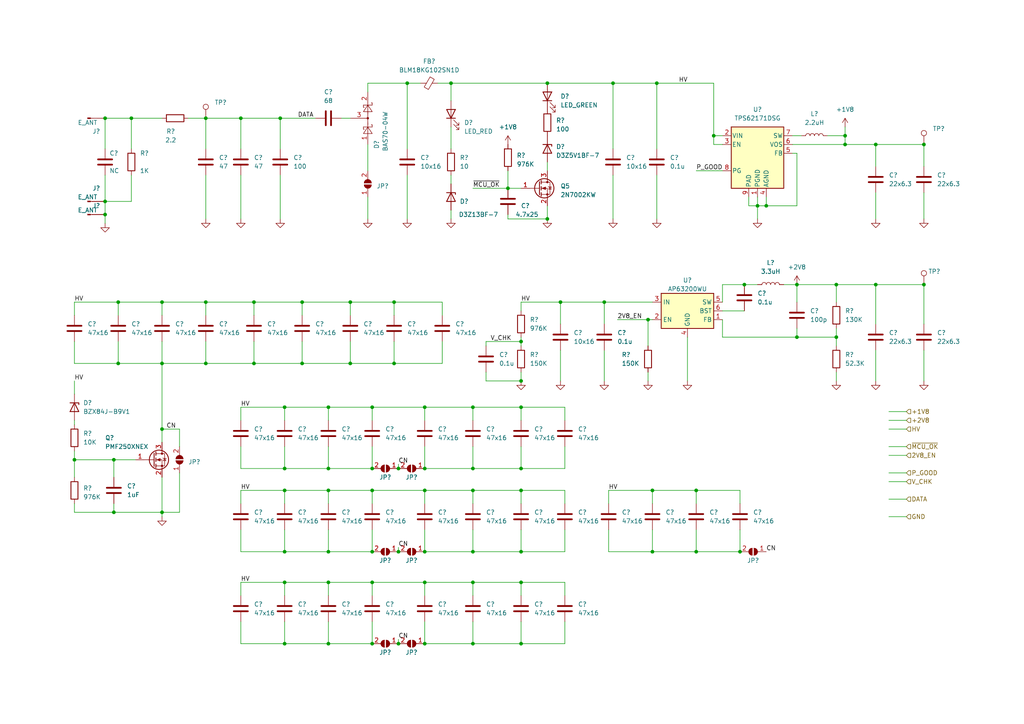
<source format=kicad_sch>
(kicad_sch (version 20230221) (generator eeschema)
  (paper "A4")
  (junction (at 219.71 59.69))
  (junction (at 30.48 58.42))
  (junction (at 151.13 99.06))
  (junction (at 87.63 105.41))
  (junction (at 46.99 148.59))
  (junction (at 59.69 34.29))
  (junction (at 82.55 168.91))
  (junction (at 115.57 160.02))
  (junction (at 123.19 142.24))
  (junction (at 151.13 110.49))
  (junction (at 107.95 118.11))
  (junction (at 151.13 135.89))
  (junction (at 114.3 87.63))
  (junction (at 123.19 160.02))
  (junction (at 137.16 160.02))
  (junction (at 101.6 105.41))
  (junction (at 82.55 118.11))
  (junction (at 151.13 142.24))
  (junction (at 95.25 186.69))
  (junction (at 222.25 59.69))
  (junction (at 59.69 87.63))
  (junction (at 107.95 135.89))
  (junction (at 82.55 142.24))
  (junction (at 151.13 160.02))
  (junction (at 34.29 87.63))
  (junction (at 130.81 24.13))
  (junction (at 189.23 142.24))
  (junction (at 162.56 87.63))
  (junction (at 95.25 142.24))
  (junction (at 158.75 24.13))
  (junction (at 245.11 41.91))
  (junction (at 87.63 87.63))
  (junction (at 95.25 168.91))
  (junction (at 151.13 118.11))
  (junction (at 38.1 34.29))
  (junction (at 175.26 87.63))
  (junction (at 207.01 39.37))
  (junction (at 107.95 160.02))
  (junction (at 242.57 97.79))
  (junction (at 46.99 124.46))
  (junction (at 115.57 186.69))
  (junction (at 201.93 160.02))
  (junction (at 254 41.91))
  (junction (at 137.16 135.89))
  (junction (at 30.48 34.29))
  (junction (at 123.19 135.89))
  (junction (at 69.85 34.29))
  (junction (at 267.97 82.55))
  (junction (at 21.59 133.35))
  (junction (at 242.57 82.55))
  (junction (at 151.13 168.91))
  (junction (at 267.97 41.91))
  (junction (at 190.5 24.13))
  (junction (at 177.8 24.13))
  (junction (at 95.25 160.02))
  (junction (at 137.16 186.69))
  (junction (at 101.6 87.63))
  (junction (at 30.48 62.23))
  (junction (at 73.66 87.63))
  (junction (at 123.19 118.11))
  (junction (at 82.55 160.02))
  (junction (at 46.99 87.63))
  (junction (at 123.19 186.69))
  (junction (at 34.29 105.41))
  (junction (at 151.13 186.69))
  (junction (at 33.02 133.35))
  (junction (at 231.14 97.79))
  (junction (at 189.23 160.02))
  (junction (at 81.28 34.29))
  (junction (at 231.14 82.55))
  (junction (at 201.93 142.24))
  (junction (at 107.95 142.24))
  (junction (at 214.63 160.02))
  (junction (at 82.55 135.89))
  (junction (at 158.75 63.5))
  (junction (at 254 82.55))
  (junction (at 137.16 118.11))
  (junction (at 215.9 82.55))
  (junction (at 118.11 24.13))
  (junction (at 115.57 135.89))
  (junction (at 123.19 168.91))
  (junction (at 95.25 135.89))
  (junction (at 95.25 118.11))
  (junction (at 107.95 168.91))
  (junction (at 137.16 142.24))
  (junction (at 114.3 105.41))
  (junction (at 187.96 92.71))
  (junction (at 46.99 105.41))
  (junction (at 73.66 105.41))
  (junction (at 82.55 186.69))
  (junction (at 137.16 168.91))
  (junction (at 245.11 39.37))
  (junction (at 147.32 54.61))
  (junction (at 107.95 186.69))
  (junction (at 33.02 148.59))
  (junction (at 59.69 105.41))
  (wire (pts (xy 151.13 142.24) (xy 163.83 142.24)))
  (wire (pts (xy 34.29 87.63) (xy 34.29 91.44)))
  (wire (pts (xy 107.95 168.91) (xy 107.95 172.72)))
  (wire (pts (xy 46.99 105.41) (xy 46.99 124.46)))
  (wire (pts (xy 231.14 97.79) (xy 231.14 95.25)))
  (wire (pts (xy 162.56 101.6) (xy 162.56 110.49)))
  (wire (pts (xy 73.66 87.63) (xy 87.63 87.63)))
  (wire (pts (xy 190.5 24.13) (xy 207.01 24.13)))
  (wire (pts (xy 34.29 87.63) (xy 46.99 87.63)))
  (wire (pts (xy 207.01 39.37) (xy 207.01 41.91)))
  (wire (pts (xy 201.93 153.67) (xy 201.93 160.02)))
  (wire (pts (xy 115.57 185.42) (xy 115.57 186.69)))
  (wire (pts (xy 201.93 142.24) (xy 201.93 146.05)))
  (wire (pts (xy 187.96 107.95) (xy 187.96 110.49)))
  (wire (pts (xy 30.48 34.29) (xy 38.1 34.29)))
  (wire (pts (xy 151.13 87.63) (xy 162.56 87.63)))
  (wire (pts (xy 52.07 148.59) (xy 46.99 148.59)))
  (wire (pts (xy 267.97 93.98) (xy 267.97 82.55)))
  (wire (pts (xy 209.55 90.17) (xy 215.9 90.17)))
  (wire (pts (xy 73.66 99.06) (xy 73.66 105.41)))
  (wire (pts (xy 177.8 24.13) (xy 190.5 24.13)))
  (wire (pts (xy 207.01 24.13) (xy 207.01 39.37)))
  (wire (pts (xy 231.14 44.45) (xy 229.87 44.45)))
  (wire (pts (xy 222.25 59.69) (xy 231.14 59.69)))
  (wire (pts (xy 257.81 129.54) (xy 262.89 129.54)))
  (wire (pts (xy 33.02 148.59) (xy 46.99 148.59)))
  (wire (pts (xy 52.07 137.16) (xy 52.07 148.59)))
  (wire (pts (xy 201.93 49.53) (xy 209.55 49.53)))
  (wire (pts (xy 147.32 54.61) (xy 147.32 49.53)))
  (wire (pts (xy 87.63 87.63) (xy 101.6 87.63)))
  (wire (pts (xy 190.5 50.8) (xy 190.5 63.5)))
  (wire (pts (xy 82.55 168.91) (xy 95.25 168.91)))
  (wire (pts (xy 123.19 168.91) (xy 123.19 172.72)))
  (wire (pts (xy 219.71 59.69) (xy 219.71 57.15)))
  (wire (pts (xy 38.1 34.29) (xy 46.99 34.29)))
  (wire (pts (xy 95.25 160.02) (xy 107.95 160.02)))
  (wire (pts (xy 177.8 50.8) (xy 177.8 63.5)))
  (wire (pts (xy 82.55 153.67) (xy 82.55 160.02)))
  (wire (pts (xy 137.16 118.11) (xy 151.13 118.11)))
  (wire (pts (xy 82.55 168.91) (xy 82.55 172.72)))
  (wire (pts (xy 137.16 186.69) (xy 151.13 186.69)))
  (wire (pts (xy 106.68 24.13) (xy 118.11 24.13)))
  (wire (pts (xy 162.56 87.63) (xy 175.26 87.63)))
  (wire (pts (xy 101.6 87.63) (xy 101.6 91.44)))
  (wire (pts (xy 140.97 100.33) (xy 140.97 99.06)))
  (wire (pts (xy 201.93 160.02) (xy 214.63 160.02)))
  (wire (pts (xy 219.71 59.69) (xy 219.71 63.5)))
  (wire (pts (xy 107.95 142.24) (xy 107.95 146.05)))
  (wire (pts (xy 114.3 99.06) (xy 114.3 105.41)))
  (wire (pts (xy 38.1 43.18) (xy 38.1 34.29)))
  (wire (pts (xy 81.28 34.29) (xy 81.28 43.18)))
  (wire (pts (xy 151.13 153.67) (xy 151.13 160.02)))
  (wire (pts (xy 123.19 180.34) (xy 123.19 186.69)))
  (wire (pts (xy 177.8 24.13) (xy 177.8 43.18)))
  (wire (pts (xy 163.83 186.69) (xy 151.13 186.69)))
  (wire (pts (xy 123.19 160.02) (xy 137.16 160.02)))
  (wire (pts (xy 107.95 142.24) (xy 123.19 142.24)))
  (wire (pts (xy 209.55 82.55) (xy 209.55 87.63)))
  (wire (pts (xy 107.95 118.11) (xy 123.19 118.11)))
  (wire (pts (xy 30.48 58.42) (xy 30.48 62.23)))
  (wire (pts (xy 82.55 186.69) (xy 95.25 186.69)))
  (wire (pts (xy 87.63 87.63) (xy 87.63 91.44)))
  (wire (pts (xy 267.97 48.26) (xy 267.97 41.91)))
  (wire (pts (xy 175.26 101.6) (xy 175.26 110.49)))
  (wire (pts (xy 231.14 82.55) (xy 242.57 82.55)))
  (wire (pts (xy 21.59 148.59) (xy 33.02 148.59)))
  (wire (pts (xy 52.07 129.54) (xy 52.07 124.46)))
  (wire (pts (xy 215.9 82.55) (xy 209.55 82.55)))
  (wire (pts (xy 95.25 118.11) (xy 95.25 121.92)))
  (wire (pts (xy 114.3 105.41) (xy 101.6 105.41)))
  (wire (pts (xy 217.17 59.69) (xy 219.71 59.69)))
  (wire (pts (xy 137.16 180.34) (xy 137.16 186.69)))
  (wire (pts (xy 21.59 87.63) (xy 34.29 87.63)))
  (wire (pts (xy 82.55 180.34) (xy 82.55 186.69)))
  (wire (pts (xy 118.11 24.13) (xy 121.92 24.13)))
  (wire (pts (xy 130.81 50.8) (xy 130.81 53.34)))
  (wire (pts (xy 207.01 39.37) (xy 209.55 39.37)))
  (wire (pts (xy 30.48 62.23) (xy 30.48 64.77)))
  (wire (pts (xy 95.25 168.91) (xy 95.25 172.72)))
  (wire (pts (xy 151.13 97.79) (xy 151.13 99.06)))
  (wire (pts (xy 69.85 172.72) (xy 69.85 168.91)))
  (wire (pts (xy 127 24.13) (xy 130.81 24.13)))
  (wire (pts (xy 52.07 124.46) (xy 46.99 124.46)))
  (wire (pts (xy 207.01 41.91) (xy 209.55 41.91)))
  (wire (pts (xy 69.85 34.29) (xy 69.85 43.18)))
  (wire (pts (xy 82.55 142.24) (xy 95.25 142.24)))
  (wire (pts (xy 151.13 118.11) (xy 163.83 118.11)))
  (wire (pts (xy 69.85 160.02) (xy 82.55 160.02)))
  (wire (pts (xy 118.11 50.8) (xy 118.11 63.5)))
  (wire (pts (xy 34.29 99.06) (xy 34.29 105.41)))
  (wire (pts (xy 229.87 39.37) (xy 232.41 39.37)))
  (wire (pts (xy 82.55 160.02) (xy 95.25 160.02)))
  (wire (pts (xy 21.59 91.44) (xy 21.59 87.63)))
  (wire (pts (xy 245.11 36.83) (xy 245.11 39.37)))
  (wire (pts (xy 128.27 91.44) (xy 128.27 87.63)))
  (wire (pts (xy 95.25 142.24) (xy 95.25 146.05)))
  (wire (pts (xy 101.6 87.63) (xy 114.3 87.63)))
  (wire (pts (xy 176.53 160.02) (xy 189.23 160.02)))
  (wire (pts (xy 163.83 118.11) (xy 163.83 121.92)))
  (wire (pts (xy 219.71 82.55) (xy 215.9 82.55)))
  (wire (pts (xy 128.27 99.06) (xy 128.27 105.41)))
  (wire (pts (xy 123.19 129.54) (xy 123.19 135.89)))
  (wire (pts (xy 217.17 59.69) (xy 217.17 57.15)))
  (wire (pts (xy 227.33 82.55) (xy 231.14 82.55)))
  (wire (pts (xy 158.75 49.53) (xy 158.75 46.99)))
  (wire (pts (xy 33.02 133.35) (xy 33.02 138.43)))
  (wire (pts (xy 257.81 149.86) (xy 262.89 149.86)))
  (wire (pts (xy 82.55 135.89) (xy 95.25 135.89)))
  (wire (pts (xy 38.1 58.42) (xy 30.48 58.42)))
  (wire (pts (xy 101.6 99.06) (xy 101.6 105.41)))
  (wire (pts (xy 33.02 146.05) (xy 33.02 148.59)))
  (wire (pts (xy 140.97 107.95) (xy 140.97 110.49)))
  (wire (pts (xy 21.59 110.49) (xy 21.59 114.3)))
  (wire (pts (xy 123.19 153.67) (xy 123.19 160.02)))
  (wire (pts (xy 254 93.98) (xy 254 82.55)))
  (wire (pts (xy 137.16 168.91) (xy 137.16 172.72)))
  (wire (pts (xy 187.96 92.71) (xy 187.96 100.33)))
  (wire (pts (xy 115.57 158.75) (xy 115.57 160.02)))
  (wire (pts (xy 82.55 118.11) (xy 82.55 121.92)))
  (wire (pts (xy 59.69 34.29) (xy 59.69 43.18)))
  (wire (pts (xy 158.75 59.69) (xy 158.75 63.5)))
  (wire (pts (xy 82.55 142.24) (xy 82.55 146.05)))
  (wire (pts (xy 46.99 87.63) (xy 46.99 91.44)))
  (wire (pts (xy 151.13 90.17) (xy 151.13 87.63)))
  (wire (pts (xy 69.85 135.89) (xy 82.55 135.89)))
  (wire (pts (xy 46.99 138.43) (xy 46.99 148.59)))
  (wire (pts (xy 267.97 101.6) (xy 267.97 110.49)))
  (wire (pts (xy 106.68 41.91) (xy 106.68 49.53)))
  (wire (pts (xy 163.83 180.34) (xy 163.83 186.69)))
  (wire (pts (xy 163.83 153.67) (xy 163.83 160.02)))
  (wire (pts (xy 38.1 50.8) (xy 38.1 58.42)))
  (wire (pts (xy 137.16 168.91) (xy 151.13 168.91)))
  (wire (pts (xy 130.81 24.13) (xy 158.75 24.13)))
  (wire (pts (xy 147.32 63.5) (xy 158.75 63.5)))
  (wire (pts (xy 214.63 153.67) (xy 214.63 160.02)))
  (wire (pts (xy 257.81 139.7) (xy 262.89 139.7)))
  (wire (pts (xy 147.32 54.61) (xy 151.13 54.61)))
  (wire (pts (xy 46.99 99.06) (xy 46.99 105.41)))
  (wire (pts (xy 151.13 118.11) (xy 151.13 121.92)))
  (wire (pts (xy 158.75 24.13) (xy 177.8 24.13)))
  (wire (pts (xy 137.16 160.02) (xy 151.13 160.02)))
  (wire (pts (xy 257.81 132.08) (xy 262.89 132.08)))
  (wire (pts (xy 214.63 142.24) (xy 214.63 146.05)))
  (wire (pts (xy 69.85 142.24) (xy 82.55 142.24)))
  (wire (pts (xy 21.59 99.06) (xy 21.59 105.41)))
  (wire (pts (xy 123.19 142.24) (xy 137.16 142.24)))
  (wire (pts (xy 176.53 153.67) (xy 176.53 160.02)))
  (wire (pts (xy 73.66 87.63) (xy 73.66 91.44)))
  (wire (pts (xy 95.25 135.89) (xy 107.95 135.89)))
  (wire (pts (xy 123.19 118.11) (xy 123.19 121.92)))
  (wire (pts (xy 107.95 168.91) (xy 123.19 168.91)))
  (wire (pts (xy 242.57 97.79) (xy 242.57 95.25)))
  (wire (pts (xy 151.13 107.95) (xy 151.13 110.49)))
  (wire (pts (xy 257.81 137.16) (xy 262.89 137.16)))
  (wire (pts (xy 140.97 99.06) (xy 151.13 99.06)))
  (wire (pts (xy 123.19 168.91) (xy 137.16 168.91)))
  (wire (pts (xy 69.85 34.29) (xy 81.28 34.29)))
  (wire (pts (xy 69.85 50.8) (xy 69.85 63.5)))
  (wire (pts (xy 151.13 99.06) (xy 151.13 100.33)))
  (wire (pts (xy 209.55 92.71) (xy 209.55 97.79)))
  (wire (pts (xy 30.48 34.29) (xy 30.48 43.18)))
  (wire (pts (xy 123.19 186.69) (xy 137.16 186.69)))
  (wire (pts (xy 130.81 60.96) (xy 130.81 63.5)))
  (wire (pts (xy 59.69 50.8) (xy 59.69 63.5)))
  (wire (pts (xy 137.16 129.54) (xy 137.16 135.89)))
  (wire (pts (xy 21.59 130.81) (xy 21.59 133.35)))
  (wire (pts (xy 242.57 107.95) (xy 242.57 110.49)))
  (wire (pts (xy 245.11 41.91) (xy 245.11 39.37)))
  (wire (pts (xy 137.16 142.24) (xy 151.13 142.24)))
  (wire (pts (xy 254 82.55) (xy 242.57 82.55)))
  (wire (pts (xy 34.29 105.41) (xy 46.99 105.41)))
  (wire (pts (xy 95.25 186.69) (xy 107.95 186.69)))
  (wire (pts (xy 245.11 41.91) (xy 254 41.91)))
  (wire (pts (xy 95.25 153.67) (xy 95.25 160.02)))
  (wire (pts (xy 123.19 118.11) (xy 137.16 118.11)))
  (wire (pts (xy 137.16 142.24) (xy 137.16 146.05)))
  (wire (pts (xy 59.69 87.63) (xy 59.69 91.44)))
  (wire (pts (xy 69.85 121.92) (xy 69.85 118.11)))
  (wire (pts (xy 21.59 146.05) (xy 21.59 148.59)))
  (wire (pts (xy 190.5 24.13) (xy 190.5 43.18)))
  (wire (pts (xy 95.25 118.11) (xy 107.95 118.11)))
  (wire (pts (xy 87.63 99.06) (xy 87.63 105.41)))
  (wire (pts (xy 118.11 24.13) (xy 118.11 43.18)))
  (wire (pts (xy 267.97 41.91) (xy 254 41.91)))
  (wire (pts (xy 107.95 129.54) (xy 107.95 135.89)))
  (wire (pts (xy 267.97 82.55) (xy 254 82.55)))
  (wire (pts (xy 81.28 50.8) (xy 81.28 63.5)))
  (wire (pts (xy 222.25 59.69) (xy 222.25 57.15)))
  (wire (pts (xy 123.19 142.24) (xy 123.19 146.05)))
  (wire (pts (xy 21.59 133.35) (xy 21.59 138.43)))
  (wire (pts (xy 21.59 105.41) (xy 34.29 105.41)))
  (wire (pts (xy 163.83 160.02) (xy 151.13 160.02)))
  (wire (pts (xy 30.48 58.42) (xy 30.48 50.8)))
  (wire (pts (xy 242.57 82.55) (xy 242.57 87.63)))
  (wire (pts (xy 163.83 168.91) (xy 163.83 172.72)))
  (wire (pts (xy 257.81 144.78) (xy 262.89 144.78)))
  (wire (pts (xy 254 101.6) (xy 254 110.49)))
  (wire (pts (xy 137.16 118.11) (xy 137.16 121.92)))
  (wire (pts (xy 59.69 87.63) (xy 73.66 87.63)))
  (wire (pts (xy 175.26 87.63) (xy 175.26 93.98)))
  (wire (pts (xy 151.13 180.34) (xy 151.13 186.69)))
  (wire (pts (xy 69.85 186.69) (xy 82.55 186.69)))
  (wire (pts (xy 147.32 63.5) (xy 147.32 62.23)))
  (wire (pts (xy 46.99 124.46) (xy 46.99 128.27)))
  (wire (pts (xy 69.85 146.05) (xy 69.85 142.24)))
  (wire (pts (xy 163.83 142.24) (xy 163.83 146.05)))
  (wire (pts (xy 59.69 105.41) (xy 73.66 105.41)))
  (wire (pts (xy 107.95 153.67) (xy 107.95 160.02)))
  (wire (pts (xy 231.14 44.45) (xy 231.14 59.69)))
  (wire (pts (xy 82.55 118.11) (xy 95.25 118.11)))
  (wire (pts (xy 69.85 180.34) (xy 69.85 186.69)))
  (wire (pts (xy 176.53 142.24) (xy 189.23 142.24)))
  (wire (pts (xy 199.39 110.49) (xy 199.39 97.79)))
  (wire (pts (xy 140.97 110.49) (xy 151.13 110.49)))
  (wire (pts (xy 95.25 142.24) (xy 107.95 142.24)))
  (wire (pts (xy 69.85 168.91) (xy 82.55 168.91)))
  (wire (pts (xy 187.96 92.71) (xy 189.23 92.71)))
  (wire (pts (xy 254 48.26) (xy 254 41.91)))
  (wire (pts (xy 267.97 55.88) (xy 267.97 63.5)))
  (wire (pts (xy 162.56 93.98) (xy 162.56 87.63)))
  (wire (pts (xy 201.93 142.24) (xy 214.63 142.24)))
  (wire (pts (xy 87.63 105.41) (xy 101.6 105.41)))
  (wire (pts (xy 95.25 129.54) (xy 95.25 135.89)))
  (wire (pts (xy 231.14 97.79) (xy 242.57 97.79)))
  (wire (pts (xy 107.95 180.34) (xy 107.95 186.69)))
  (wire (pts (xy 69.85 153.67) (xy 69.85 160.02)))
  (wire (pts (xy 46.99 87.63) (xy 59.69 87.63)))
  (wire (pts (xy 163.83 135.89) (xy 151.13 135.89)))
  (wire (pts (xy 151.13 142.24) (xy 151.13 146.05)))
  (wire (pts (xy 254 55.88) (xy 254 63.5)))
  (wire (pts (xy 209.55 97.79) (xy 231.14 97.79)))
  (wire (pts (xy 59.69 34.29) (xy 69.85 34.29)))
  (wire (pts (xy 128.27 105.41) (xy 114.3 105.41)))
  (wire (pts (xy 73.66 105.41) (xy 87.63 105.41)))
  (wire (pts (xy 46.99 149.86) (xy 46.99 148.59)))
  (wire (pts (xy 229.87 41.91) (xy 245.11 41.91)))
  (wire (pts (xy 179.07 92.71) (xy 187.96 92.71)))
  (wire (pts (xy 231.14 82.55) (xy 231.14 87.63)))
  (wire (pts (xy 245.11 39.37) (xy 240.03 39.37)))
  (wire (pts (xy 114.3 87.63) (xy 114.3 91.44)))
  (wire (pts (xy 151.13 129.54) (xy 151.13 135.89)))
  (wire (pts (xy 189.23 142.24) (xy 189.23 146.05)))
  (wire (pts (xy 99.06 34.29) (xy 101.6 34.29)))
  (wire (pts (xy 69.85 118.11) (xy 82.55 118.11)))
  (wire (pts (xy 33.02 133.35) (xy 39.37 133.35)))
  (wire (pts (xy 59.69 99.06) (xy 59.69 105.41)))
  (wire (pts (xy 82.55 129.54) (xy 82.55 135.89)))
  (wire (pts (xy 189.23 153.67) (xy 189.23 160.02)))
  (wire (pts (xy 151.13 168.91) (xy 151.13 172.72)))
  (wire (pts (xy 95.25 168.91) (xy 107.95 168.91)))
  (wire (pts (xy 137.16 153.67) (xy 137.16 160.02)))
  (wire (pts (xy 106.68 26.67) (xy 106.68 24.13)))
  (wire (pts (xy 137.16 135.89) (xy 151.13 135.89)))
  (wire (pts (xy 176.53 146.05) (xy 176.53 142.24)))
  (wire (pts (xy 137.16 54.61) (xy 147.32 54.61)))
  (wire (pts (xy 163.83 129.54) (xy 163.83 135.89)))
  (wire (pts (xy 242.57 100.33) (xy 242.57 97.79)))
  (wire (pts (xy 189.23 160.02) (xy 201.93 160.02)))
  (wire (pts (xy 21.59 121.92) (xy 21.59 123.19)))
  (wire (pts (xy 219.71 59.69) (xy 222.25 59.69)))
  (wire (pts (xy 81.28 34.29) (xy 91.44 34.29)))
  (wire (pts (xy 59.69 34.29) (xy 54.61 34.29)))
  (wire (pts (xy 106.68 57.15) (xy 106.68 63.5)))
  (wire (pts (xy 95.25 180.34) (xy 95.25 186.69)))
  (wire (pts (xy 130.81 36.83) (xy 130.81 43.18)))
  (wire (pts (xy 128.27 87.63) (xy 114.3 87.63)))
  (wire (pts (xy 257.81 121.92) (xy 262.89 121.92)))
  (wire (pts (xy 21.59 133.35) (xy 33.02 133.35)))
  (wire (pts (xy 189.23 142.24) (xy 201.93 142.24)))
  (wire (pts (xy 175.26 87.63) (xy 189.23 87.63)))
  (wire (pts (xy 130.81 24.13) (xy 130.81 29.21)))
  (wire (pts (xy 257.81 124.46) (xy 262.89 124.46)))
  (wire (pts (xy 151.13 168.91) (xy 163.83 168.91)))
  (wire (pts (xy 115.57 134.62) (xy 115.57 135.89)))
  (wire (pts (xy 69.85 129.54) (xy 69.85 135.89)))
  (wire (pts (xy 257.81 119.38) (xy 262.89 119.38)))
  (wire (pts (xy 107.95 118.11) (xy 107.95 121.92)))
  (wire (pts (xy 123.19 135.89) (xy 137.16 135.89)))
  (wire (pts (xy 46.99 105.41) (xy 59.69 105.41)))
  (label "~{MCU_OK}" (at 137.16 54.61 0))
  (label "2V8_EN" (at 179.07 92.71 0))
  (label "HV" (at 69.85 118.11 0))
  (label "HV" (at 21.59 110.49 0))
  (label "CN" (at 115.57 134.62 0))
  (label "P_GOOD" (at 201.93 49.53 0))
  (label "HV" (at 176.53 142.24 0))
  (label "HV" (at 21.59 87.63 0))
  (label "HV" (at 69.85 168.91 0))
  (label "HV" (at 151.13 87.63 0))
  (label "CN" (at 48.26 124.46 0))
  (label "DATA" (at 86.36 34.29 0))
  (label "HV" (at 69.85 142.24 0))
  (label "CN" (at 115.57 158.75 0))
  (label "CN" (at 222.25 160.02 0))
  (label "HV" (at 196.85 24.13 0))
  (label "CN" (at 115.57 185.42 0))
  (label "V_CHK" (at 142.24 99.06 0))
  (hierarchical_label "~{MCU_OK}" (shape input) (at 262.89 129.54 0))
  (hierarchical_label "V_CHK" (shape input) (at 262.89 139.7 0))
  (hierarchical_label "P_GOOD" (shape input) (at 262.89 137.16 0))
  (hierarchical_label "HV" (shape input) (at 262.89 124.46 0))
  (hierarchical_label "2V8_EN" (shape input) (at 262.89 132.08 0))
  (hierarchical_label "+2V8" (shape input) (at 262.89 121.92 0))
  (hierarchical_label "DATA" (shape input) (at 262.89 144.78 0))
  (hierarchical_label "GND" (shape input) (at 262.89 149.86 0))
  (hierarchical_label "+1V8" (shape input) (at 262.89 119.38 0))
  (symbol (lib_id "Device:C") (at 95.25 176.53 180) (unit 1)
    (property "Reference" "C?" (at 99.06 175.2599 0) (effects (justify right)))
    (property "Value" "47x16" (at 99.06 177.7999 0) (effects (justify right)))
    (property "Footprint" "Capacitor_SMD:C_1210_3225Metric" (effects hide))
    (instances (project "Kampela" (path "" (reference "C?") (unit 1))) (project "Kampela_D1" (path "" (reference "C70") (unit 1))))
  )
  (symbol (lib_id "Device:C") (at 137.16 149.86 180) (unit 1)
    (property "Reference" "C?" (at 140.97 148.5899 0) (effects (justify right)))
    (property "Value" "47x16" (at 140.97 151.1299 0) (effects (justify right)))
    (property "Footprint" "Capacitor_SMD:C_1210_3225Metric" (effects hide))
    (instances (project "Kampela" (path "" (reference "C?") (unit 1))) (project "Kampela_D1" (path "" (reference "C85") (unit 1))))
  )
  (symbol (lib_id "Device:C") (at 137.16 176.53 180) (unit 1)
    (property "Reference" "C?" (at 140.97 175.2599 0) (effects (justify right)))
    (property "Value" "47x16" (at 140.97 177.7999 0) (effects (justify right)))
    (property "Footprint" "Capacitor_SMD:C_1210_3225Metric" (effects hide))
    (instances (project "Kampela" (path "" (reference "C?") (unit 1))) (project "Kampela_D1" (path "" (reference "C71") (unit 1))))
  )
  (symbol (lib_id "Jumper:SolderJumper_2_Open") (at 111.76 186.69 180) (unit 1)
    (property "Reference" "JP?" (at 111.76 189.23 0))
    (property "Value" "SolderJumper_2_Open" (effects hide))
    (property "Footprint" "MyLib:SolderJumper_0.8.x1mm" (effects hide))
    (instances (project "Kampela" (path "" (reference "JP?") (unit 1))) (project "Kampela_D1" (path "" (reference "JP7") (unit 1))))
  )
  (symbol (lib_id "Device:D_Zener") (at 158.75 43.18 270) (unit 1)
    (property "Reference" "D?" (at 161.29 42.545 90) (effects (justify left)))
    (property "Value" "D3Z5V1BF-7" (at 161.29 45.085 90) (effects (justify left)))
    (property "Footprint" "Diode_SMD:D_SOD-323F" (effects hide))
    (instances (project "Kampela" (path "" (reference "D?") (unit 1))) (project "Kampela_D1" (path "" (reference "D8") (unit 1))))
  )
  (symbol (lib_id "Device:C") (at 114.3 95.25 180) (unit 1)
    (property "Reference" "C?" (at 118.11 93.9799 0) (effects (justify right)))
    (property "Value" "47x16" (at 118.11 96.5199 0) (effects (justify right)))
    (property "Footprint" "Capacitor_SMD:C_1210_3225Metric" (effects hide))
    (instances (project "Kampela" (path "" (reference "C?") (unit 1))) (project "Kampela_D1" (path "" (reference "C19") (unit 1))))
  )
  (symbol (lib_id "Jumper:SolderJumper_2_Open") (at 119.38 135.89 180) (unit 1)
    (property "Reference" "JP?" (at 119.38 138.43 0))
    (property "Value" "SolderJumper_2_Open" (effects hide))
    (property "Footprint" "MyLib:SolderJumper_0.8.x1mm" (effects hide))
    (instances (project "Kampela" (path "" (reference "JP?") (unit 1))) (project "Kampela_D1" (path "" (reference "JP2") (unit 1))))
  )
  (symbol (lib_id "Connector:TestPoint") (at 267.97 41.91 0) (unit 1)
    (property "Reference" "TP?" (at 270.51 37.3379 0) (effects (justify left)))
    (property "Value" "TestPoint" (effects hide))
    (property "Footprint" "TestPoint:TestPoint_Pad_D1.0mm" (effects hide))
    (instances (project "Kampela" (path "" (reference "TP?") (unit 1))) (project "Kampela_D1" (path "" (reference "TP2") (unit 1))))
  )
  (symbol (lib_id "Device:R") (at 38.1 46.99 180) (unit 1)
    (property "Reference" "R?" (at 41.91 44.45 0))
    (property "Value" "1K" (at 41.91 49.53 0))
    (property "Footprint" "Resistor_SMD:R_0603_1608Metric" (effects hide))
    (instances (project "Kampela" (path "" (reference "R?") (unit 1))) (project "Kampela_D1" (path "" (reference "R9") (unit 1))))
  )
  (symbol (lib_id "power:GND") (at 187.96 110.49 0) (unit 1)
    (property "Reference" "#PWR?" (effects hide))
    (property "Value" "GND" (effects hide))
    (instances (project "Kampela" (path "" (reference "#PWR?") (unit 1))) (project "Kampela_D1" (path "" (reference "#PWR034") (unit 1))))
  )
  (symbol (lib_id "Device:C") (at 163.83 149.86 180) (unit 1)
    (property "Reference" "C?" (at 167.64 148.5899 0) (effects (justify right)))
    (property "Value" "47x16" (at 167.64 151.1299 0) (effects (justify right)))
    (property "Footprint" "Capacitor_SMD:C_1210_3225Metric" (effects hide))
    (instances (project "Kampela" (path "" (reference "C?") (unit 1))) (project "Kampela_D1" (path "" (reference "C61") (unit 1))))
  )
  (symbol (lib_id "power:GND") (at 46.99 149.86 0) (mirror y) (unit 1)
    (property "Reference" "#PWR?" (effects hide))
    (property "Value" "GND" (effects hide))
    (instances (project "Kampela" (path "" (reference "#PWR?") (unit 1))) (project "Kampela_D1" (path "" (reference "#PWR023") (unit 1))))
  )
  (symbol (lib_id "Device:C") (at 151.13 176.53 180) (unit 1)
    (property "Reference" "C?" (at 154.94 175.2599 0) (effects (justify right)))
    (property "Value" "47x16" (at 154.94 177.7999 0) (effects (justify right)))
    (property "Footprint" "Capacitor_SMD:C_1210_3225Metric" (effects hide))
    (instances (project "Kampela" (path "" (reference "C?") (unit 1))) (project "Kampela_D1" (path "" (reference "C63") (unit 1))))
  )
  (symbol (lib_id "power:GND") (at 219.71 63.5 0) (unit 1)
    (property "Reference" "#PWR?" (effects hide))
    (property "Value" "GND" (effects hide))
    (instances (project "Kampela" (path "" (reference "#PWR?") (unit 1))) (project "Kampela_D1" (path "" (reference "#PWR037") (unit 1))))
  )
  (symbol (lib_id "power:GND") (at 30.48 64.77 0) (unit 1)
    (property "Reference" "#PWR?" (effects hide))
    (property "Value" "GND" (effects hide))
    (instances (project "Kampela" (path "" (reference "#PWR?") (unit 1))) (project "Kampela_D1" (path "" (reference "#PWR022") (unit 1))))
  )
  (symbol (lib_id "Device:L") (at 223.52 82.55 90) (unit 1)
    (property "Reference" "L?" (at 223.52 76.2 90))
    (property "Value" "3.3uH" (at 223.52 78.74 90))
    (property "Footprint" "Inductor_SMD:L_Wuerth_MAPI-3015" (effects hide))
    (instances (project "Kampela" (path "" (reference "L?") (unit 1))) (project "Kampela_D1" (path "" (reference "L1") (unit 1))))
  )
  (symbol (lib_id "power:GND") (at 69.85 63.5 0) (unit 1)
    (property "Reference" "#PWR?" (effects hide))
    (property "Value" "GND" (effects hide))
    (instances (project "Kampela" (path "" (reference "#PWR?") (unit 1))) (project "Kampela_D1" (path "" (reference "#PWR025") (unit 1))))
  )
  (symbol (lib_id "Device:C") (at 214.63 149.86 180) (unit 1)
    (property "Reference" "C?" (at 218.44 148.5899 0) (effects (justify right)))
    (property "Value" "47x16" (at 218.44 151.1299 0) (effects (justify right)))
    (property "Footprint" "Capacitor_SMD:C_1210_3225Metric" (effects hide))
    (instances (project "Kampela" (path "" (reference "C?") (unit 1))) (project "Kampela_D1" (path "" (reference "C64") (unit 1))))
  )
  (symbol (lib_id "Jumper:SolderJumper_2_Open") (at 106.68 53.34 90) (unit 1)
    (property "Reference" "JP?" (at 109.22 53.975 90) (effects (justify right)))
    (property "Value" "SolderJumper_2_Open" (effects hide))
    (property "Footprint" "MyLib:SolderJumper_0.8.x1mm" (effects hide))
    (instances (project "Kampela" (path "" (reference "JP?") (unit 1))) (project "Kampela_D1" (path "" (reference "JP4") (unit 1))))
  )
  (symbol (lib_id "Device:C") (at 95.25 149.86 180) (unit 1)
    (property "Reference" "C?" (at 99.06 148.5899 0) (effects (justify right)))
    (property "Value" "47x16" (at 99.06 151.1299 0) (effects (justify right)))
    (property "Footprint" "Capacitor_SMD:C_1210_3225Metric" (effects hide))
    (instances (project "Kampela" (path "" (reference "C?") (unit 1))) (project "Kampela_D1" (path "" (reference "C68") (unit 1))))
  )
  (symbol (lib_id "Device:C") (at 176.53 149.86 180) (unit 1)
    (property "Reference" "C?" (at 180.34 148.5899 0) (effects (justify right)))
    (property "Value" "47x16" (at 180.34 151.1299 0) (effects (justify right)))
    (property "Footprint" "Capacitor_SMD:C_1210_3225Metric" (effects hide))
    (instances (project "Kampela" (path "" (reference "C?") (unit 1))) (project "Kampela_D1" (path "" (reference "C80") (unit 1))))
  )
  (symbol (lib_id "Regulator_Switching:TPS62171DSG") (at 219.71 46.99 0) (unit 1)
    (property "Reference" "U?" (at 219.71 31.75 0))
    (property "Value" "TPS62171DSG" (at 219.71 34.29 0))
    (property "Footprint" "Package_SON:WSON-8-1EP_2x2mm_P0.5mm_EP0.9x1.6mm_ThermalVias" (effects hide))
    (property "Datasheet" "http://www.ti.com/lit/ds/symlink/tps62170.pdf" (effects hide))
    (instances (project "Kampela" (path "" (reference "U?") (unit 1))) (project "Kampela_D1" (path "" (reference "U3") (unit 1))))
  )
  (symbol (lib_id "Device:C") (at 140.97 104.14 0) (unit 1)
    (property "Reference" "C?" (at 144.78 102.8699 0) (effects (justify left)))
    (property "Value" "0.1u" (at 144.78 105.4099 0) (effects (justify left)))
    (property "Footprint" "Capacitor_SMD:C_0402_1005Metric" (effects hide))
    (instances (project "Kampela" (path "" (reference "C?") (unit 1))) (project "Kampela_D1" (path "" (reference "C20") (unit 1))))
  )
  (symbol (lib_id "Device:C") (at 163.83 176.53 180) (unit 1)
    (property "Reference" "C?" (at 167.64 175.2599 0) (effects (justify right)))
    (property "Value" "47x16" (at 167.64 177.7999 0) (effects (justify right)))
    (property "Footprint" "Capacitor_SMD:C_1210_3225Metric" (effects hide))
    (instances (project "Kampela" (path "" (reference "C?") (unit 1))) (project "Kampela_D1" (path "" (reference "C65") (unit 1))))
  )
  (symbol (lib_id "Device:R") (at 130.81 46.99 0) (unit 1)
    (property "Reference" "R?" (at 133.35 45.7199 0) (effects (justify left)))
    (property "Value" "10" (at 133.35 48.2599 0) (effects (justify left)))
    (property "Footprint" "Resistor_SMD:R_0402_1005Metric" (effects hide))
    (instances (project "Kampela" (path "" (reference "R?") (unit 1))) (project "Kampela_D1" (path "" (reference "R13") (unit 1))))
  )
  (symbol (lib_id "Device:C") (at 107.95 176.53 180) (unit 1)
    (property "Reference" "C?" (at 111.76 175.2599 0) (effects (justify right)))
    (property "Value" "47x16" (at 111.76 177.7999 0) (effects (justify right)))
    (property "Footprint" "Capacitor_SMD:C_1210_3225Metric" (effects hide))
    (instances (project "Kampela" (path "" (reference "C?") (unit 1))) (project "Kampela_D1" (path "" (reference "C62") (unit 1))))
  )
  (symbol (lib_id "Jumper:SolderJumper_2_Open") (at 111.76 135.89 180) (unit 1)
    (property "Reference" "JP?" (at 111.76 138.43 0))
    (property "Value" "SolderJumper_2_Open" (effects hide))
    (property "Footprint" "MyLib:SolderJumper_0.8.x1mm" (effects hide))
    (instances (project "Kampela" (path "" (reference "JP?") (unit 1))) (project "Kampela_D1" (path "" (reference "JP1") (unit 1))))
  )
  (symbol (lib_id "Device:C") (at 189.23 149.86 180) (unit 1)
    (property "Reference" "C?" (at 193.04 148.5899 0) (effects (justify right)))
    (property "Value" "47x16" (at 193.04 151.1299 0) (effects (justify right)))
    (property "Footprint" "Capacitor_SMD:C_1210_3225Metric" (effects hide))
    (instances (project "Kampela" (path "" (reference "C?") (unit 1))) (project "Kampela_D1" (path "" (reference "C72") (unit 1))))
  )
  (symbol (lib_id "Device:C") (at 107.95 149.86 180) (unit 1)
    (property "Reference" "C?" (at 111.76 148.5899 0) (effects (justify right)))
    (property "Value" "47x16" (at 111.76 151.1299 0) (effects (justify right)))
    (property "Footprint" "Capacitor_SMD:C_1210_3225Metric" (effects hide))
    (instances (project "Kampela" (path "" (reference "C?") (unit 1))) (project "Kampela_D1" (path "" (reference "C60") (unit 1))))
  )
  (symbol (lib_id "Device:C") (at 254 52.07 180) (unit 1)
    (property "Reference" "C?" (at 257.81 50.7999 0) (effects (justify right)))
    (property "Value" "22x6.3" (at 257.81 53.3399 0) (effects (justify right)))
    (property "Footprint" "Capacitor_SMD:C_0603_1608Metric" (effects hide))
    (instances (project "Kampela" (path "" (reference "C?") (unit 1))) (project "Kampela_D1" (path "" (reference "C28") (unit 1))))
  )
  (symbol (lib_id "Connector:Conn_01x01_Male") (at 25.4 62.23 0) (unit 1)
    (property "Reference" "J?" (at 27.94 59.69 0))
    (property "Value" "E_ANT" (at 25.4 60.96 0))
    (property "Footprint" "MyLib:TestPoint_Pad_2.4x3.5mm" (effects hide))
    (instances (project "Kampela" (path "" (reference "J?") (unit 1))) (project "Kampela_D1" (path "" (reference "J8") (unit 1))))
  )
  (symbol (lib_id "Device:C") (at 231.14 91.44 0) (unit 1)
    (property "Reference" "C?" (at 234.95 90.1699 0) (effects (justify left)))
    (property "Value" "100p" (at 234.95 92.7099 0) (effects (justify left)))
    (property "Footprint" "Capacitor_SMD:C_0402_1005Metric" (effects hide))
    (instances (project "Kampela" (path "" (reference "C?") (unit 1))) (project "Kampela_D1" (path "" (reference "C27") (unit 1))))
  )
  (symbol (lib_id "Device:C") (at 163.83 125.73 180) (unit 1)
    (property "Reference" "C?" (at 167.64 124.4599 0) (effects (justify right)))
    (property "Value" "47x16" (at 167.64 126.9999 0) (effects (justify right)))
    (property "Footprint" "Capacitor_SMD:C_1210_3225Metric" (effects hide))
    (instances (project "Kampela" (path "" (reference "C?") (unit 1))) (project "Kampela_D1" (path "" (reference "C59") (unit 1))))
  )
  (symbol (lib_id "Device:C") (at 69.85 149.86 180) (unit 1)
    (property "Reference" "C?" (at 73.66 148.5899 0) (effects (justify right)))
    (property "Value" "47x16" (at 73.66 151.1299 0) (effects (justify right)))
    (property "Footprint" "Capacitor_SMD:C_1210_3225Metric" (effects hide))
    (instances (project "Kampela" (path "" (reference "C?") (unit 1))) (project "Kampela_D1" (path "" (reference "C76") (unit 1))))
  )
  (symbol (lib_id "power:GND") (at 106.68 63.5 0) (unit 1)
    (property "Reference" "#PWR?" (effects hide))
    (property "Value" "GND" (effects hide))
    (instances (project "Kampela" (path "" (reference "#PWR?") (unit 1))) (project "Kampela_D1" (path "" (reference "#PWR027") (unit 1))))
  )
  (symbol (lib_id "Device:C") (at 95.25 125.73 180) (unit 1)
    (property "Reference" "C?" (at 99.06 124.4599 0) (effects (justify right)))
    (property "Value" "47x16" (at 99.06 126.9999 0) (effects (justify right)))
    (property "Footprint" "Capacitor_SMD:C_1210_3225Metric" (effects hide))
    (instances (project "Kampela" (path "" (reference "C?") (unit 1))) (project "Kampela_D1" (path "" (reference "C66") (unit 1))))
  )
  (symbol (lib_id "Device:R") (at 21.59 127 0) (unit 1)
    (property "Reference" "R?" (at 24.13 125.7299 0) (effects (justify left)))
    (property "Value" "10K" (at 24.13 128.2699 0) (effects (justify left)))
    (property "Footprint" "Resistor_SMD:R_0402_1005Metric" (effects hide))
    (instances (project "Kampela" (path "" (reference "R?") (unit 1))) (project "Kampela_D1" (path "" (reference "R7") (unit 1))))
  )
  (symbol (lib_id "Device:C") (at 267.97 97.79 180) (unit 1)
    (property "Reference" "C?" (at 271.78 96.5199 0) (effects (justify right)))
    (property "Value" "22x6.3" (at 271.78 99.0599 0) (effects (justify right)))
    (property "Footprint" "Capacitor_SMD:C_0603_1608Metric" (effects hide))
    (instances (project "Kampela" (path "" (reference "C?") (unit 1))) (project "Kampela_D1" (path "" (reference "C31") (unit 1))))
  )
  (symbol (lib_id "Device:C") (at 123.19 149.86 180) (unit 1)
    (property "Reference" "C?" (at 127 148.5899 0) (effects (justify right)))
    (property "Value" "47x16" (at 127 151.1299 0) (effects (justify right)))
    (property "Footprint" "Capacitor_SMD:C_1210_3225Metric" (effects hide))
    (instances (project "Kampela" (path "" (reference "C?") (unit 1))) (project "Kampela_D1" (path "" (reference "C77") (unit 1))))
  )
  (symbol (lib_id "Device:C") (at 101.6 95.25 180) (unit 1)
    (property "Reference" "C?" (at 105.41 93.9799 0) (effects (justify right)))
    (property "Value" "47x16" (at 105.41 96.5199 0) (effects (justify right)))
    (property "Footprint" "Capacitor_SMD:C_1210_3225Metric" (effects hide))
    (instances (project "Kampela" (path "" (reference "C?") (unit 1))) (project "Kampela_D1" (path "" (reference "C17") (unit 1))))
  )
  (symbol (lib_id "Device:C") (at 30.48 46.99 0) (unit 1)
    (property "Reference" "C?" (at 31.75 44.45 0) (effects (justify left)))
    (property "Value" "NC" (at 31.75 49.53 0) (effects (justify left)))
    (property "Footprint" "Capacitor_SMD:C_0603_1608Metric" (effects hide))
    (instances (project "Kampela" (path "" (reference "C?") (unit 1))) (project "Kampela_D1" (path "" (reference "C9") (unit 1))))
  )
  (symbol (lib_id "Device:C") (at 82.55 176.53 180) (unit 1)
    (property "Reference" "C?" (at 86.36 175.2599 0) (effects (justify right)))
    (property "Value" "47x16" (at 86.36 177.7999 0) (effects (justify right)))
    (property "Footprint" "Capacitor_SMD:C_1210_3225Metric" (effects hide))
    (instances (project "Kampela" (path "" (reference "C?") (unit 1))) (project "Kampela_D1" (path "" (reference "C86") (unit 1))))
  )
  (symbol (lib_id "power:+2V8") (at 231.14 82.55 0) (unit 1)
    (property "Reference" "#PWR?" (effects hide))
    (property "Value" "+2V8" (at 231.14 77.47 0))
    (instances (project "Kampela" (path "" (reference "#PWR?") (unit 1))) (project "Kampela_D1" (path "" (reference "#PWR038") (unit 1))))
  )
  (symbol (lib_id "Transistor_FET:2N7002") (at 156.21 54.61 0) (unit 1)
    (property "Reference" "Q5" (at 162.56 53.975 0) (effects (justify left)))
    (property "Value" "2N7002KW" (at 162.56 56.515 0) (effects (justify left)))
    (property "Footprint" "Package_TO_SOT_SMD:SOT-323_SC-70" (effects hide))
    (property "Datasheet" "https://www.onsemi.com/pub/Collateral/NDS7002A-D.PDF" (effects hide))
  )
  (symbol (lib_id "Device:R") (at 187.96 104.14 180) (unit 1)
    (property "Reference" "R?" (at 181.61 102.87 0))
    (property "Value" "150K" (at 182.88 105.41 0))
    (property "Footprint" "Resistor_SMD:R_0402_1005Metric" (effects hide))
    (instances (project "Kampela" (path "" (reference "R?") (unit 1))) (project "Kampela_D1" (path "" (reference "R?") (unit 1)) (path "" (reference "R14") (unit 1))))
  )
  (symbol (lib_id "Device:FerriteBead_Small") (at 124.46 24.13 270) (unit 1)
    (property "Reference" "FB?" (at 124.4981 17.78 90))
    (property "Value" "BLM18KG102SN1D" (at 124.4981 20.32 90))
    (property "Footprint" "Inductor_SMD:L_0603_1608Metric" (effects hide))
    (instances (project "Kampela" (path "" (reference "FB?") (unit 1))) (project "Kampela_D1" (path "" (reference "FB2") (unit 1))))
  )
  (symbol (lib_id "Device:C") (at 81.28 46.99 0) (unit 1)
    (property "Reference" "C?" (at 85.09 45.7199 0) (effects (justify left)))
    (property "Value" "100" (at 85.09 48.2599 0) (effects (justify left)))
    (property "Footprint" "Capacitor_SMD:C_0603_1608Metric" (effects hide))
    (instances (project "Kampela" (path "" (reference "C?") (unit 1))) (project "Kampela_D1" (path "" (reference "C16") (unit 1))))
  )
  (symbol (lib_id "Device:D_Zener") (at 21.59 118.11 270) (unit 1)
    (property "Reference" "D?" (at 24.13 116.8399 90) (effects (justify left)))
    (property "Value" "BZX84J-B9V1" (at 24.13 119.3799 90) (effects (justify left)))
    (property "Footprint" "Diode_SMD:D_SOD-323F" (effects hide))
    (instances (project "Kampela" (path "" (reference "D?") (unit 1))) (project "Kampela_D1" (path "" (reference "D3") (unit 1))))
  )
  (symbol (lib_id "power:GND") (at 254 63.5 0) (unit 1)
    (property "Reference" "#PWR?" (effects hide))
    (property "Value" "GND" (effects hide))
    (instances (project "Kampela" (path "" (reference "#PWR?") (unit 1))) (project "Kampela_D1" (path "" (reference "#PWR041") (unit 1))))
  )
  (symbol (lib_id "power:GND") (at 175.26 110.49 0) (unit 1)
    (property "Reference" "#PWR?" (effects hide))
    (property "Value" "GND" (effects hide))
    (instances (project "Kampela" (path "" (reference "#PWR?") (unit 1))) (project "Kampela_D1" (path "" (reference "#PWR032") (unit 1))))
  )
  (symbol (lib_id "Jumper:SolderJumper_2_Open") (at 119.38 160.02 180) (unit 1)
    (property "Reference" "JP?" (at 119.38 162.56 0))
    (property "Value" "SolderJumper_2_Open" (effects hide))
    (property "Footprint" "MyLib:SolderJumper_0.8.x1mm" (effects hide))
    (instances (project "Kampela" (path "" (reference "JP?") (unit 1))) (project "Kampela_D1" (path "" (reference "JP6") (unit 1))))
  )
  (symbol (lib_id "Device:R") (at 242.57 104.14 0) (unit 1)
    (property "Reference" "R?" (at 245.11 102.8699 0) (effects (justify left)))
    (property "Value" "52.3K" (at 245.11 105.4099 0) (effects (justify left)))
    (property "Footprint" "Resistor_SMD:R_0402_1005Metric" (effects hide))
    (instances (project "Kampela" (path "" (reference "R?") (unit 1))) (project "Kampela_D1" (path "" (reference "R16") (unit 1))))
  )
  (symbol (lib_id "power:GND") (at 118.11 63.5 0) (unit 1)
    (property "Reference" "#PWR?" (effects hide))
    (property "Value" "GND" (effects hide))
    (instances (project "Kampela" (path "" (reference "#PWR?") (unit 1))) (project "Kampela_D1" (path "" (reference "#PWR028") (unit 1))))
  )
  (symbol (lib_id "Device:R") (at 50.8 34.29 90) (unit 1)
    (property "Reference" "R?" (at 49.53 38.1 90))
    (property "Value" "2.2" (at 49.53 40.64 90))
    (property "Footprint" "Resistor_SMD:R_0603_1608Metric" (effects hide))
    (instances (project "Kampela" (path "" (reference "R?") (unit 1))) (project "Kampela_D1" (path "" (reference "R10") (unit 1))))
  )
  (symbol (lib_id "Device:C") (at 162.56 97.79 180) (unit 1)
    (property "Reference" "C?" (at 166.37 96.5199 0) (effects (justify right)))
    (property "Value" "10x16" (at 166.37 99.0599 0) (effects (justify right)))
    (property "Footprint" "Capacitor_SMD:C_0603_1608Metric" (effects hide))
    (instances (project "Kampela" (path "" (reference "C?") (unit 1))) (project "Kampela_D1" (path "" (reference "C22") (unit 1))))
  )
  (symbol (lib_id "Device:C") (at 151.13 149.86 180) (unit 1)
    (property "Reference" "C?" (at 154.94 148.5899 0) (effects (justify right)))
    (property "Value" "47x16" (at 154.94 151.1299 0) (effects (justify right)))
    (property "Footprint" "Capacitor_SMD:C_1210_3225Metric" (effects hide))
    (instances (project "Kampela" (path "" (reference "C?") (unit 1))) (project "Kampela_D1" (path "" (reference "C69") (unit 1))))
  )
  (symbol (lib_id "Jumper:SolderJumper_2_Open") (at 119.38 186.69 180) (unit 1)
    (property "Reference" "JP?" (at 119.38 189.23 0))
    (property "Value" "SolderJumper_2_Open" (effects hide))
    (property "Footprint" "MyLib:SolderJumper_0.8.x1mm" (effects hide))
    (instances (project "Kampela" (path "" (reference "JP?") (unit 1))) (project "Kampela_D1" (path "" (reference "JP8") (unit 1))))
  )
  (symbol (lib_id "Connector:TestPoint") (at 59.69 34.29 0) (unit 1)
    (property "Reference" "TP?" (at 62.23 29.7179 0) (effects (justify left)))
    (property "Value" "TestPoint" (effects hide))
    (property "Footprint" "TestPoint:TestPoint_Pad_D1.0mm" (effects hide))
    (instances (project "Kampela" (path "" (reference "TP?") (unit 1))) (project "Kampela_D1" (path "" (reference "TP1") (unit 1))))
  )
  (symbol (lib_id "Device:C") (at 137.16 125.73 180) (unit 1)
    (property "Reference" "C?" (at 140.97 124.4599 0) (effects (justify right)))
    (property "Value" "47x16" (at 140.97 126.9999 0) (effects (justify right)))
    (property "Footprint" "Capacitor_SMD:C_1210_3225Metric" (effects hide))
    (instances (project "Kampela" (path "" (reference "C?") (unit 1))) (project "Kampela_D1" (path "" (reference "C83") (unit 1))))
  )
  (symbol (lib_id "Device:C") (at 175.26 97.79 0) (unit 1)
    (property "Reference" "C?" (at 179.07 96.5199 0) (effects (justify left)))
    (property "Value" "0.1u" (at 179.07 99.0599 0) (effects (justify left)))
    (property "Footprint" "Capacitor_SMD:C_0402_1005Metric" (effects hide))
    (instances (project "Kampela" (path "" (reference "C?") (unit 1))) (project "Kampela_D1" (path "" (reference "C23") (unit 1))))
  )
  (symbol (lib_id "Device:C") (at 69.85 125.73 180) (unit 1)
    (property "Reference" "C?" (at 73.66 124.4599 0) (effects (justify right)))
    (property "Value" "47x16" (at 73.66 126.9999 0) (effects (justify right)))
    (property "Footprint" "Capacitor_SMD:C_1210_3225Metric" (effects hide))
    (instances (project "Kampela" (path "" (reference "C?") (unit 1))) (project "Kampela_D1" (path "" (reference "C74") (unit 1))))
  )
  (symbol (lib_id "Device:Q_NMOS_GSD") (at 44.45 133.35 0) (unit 1)
    (property "Reference" "Q?" (at 30.48 127 0) (effects (justify left)))
    (property "Value" "PMF250XNEX" (at 30.48 129.54 0) (effects (justify left)))
    (property "Footprint" "Package_TO_SOT_SMD:SOT-323_SC-70" (effects hide))
    (instances (project "Kampela" (path "" (reference "Q?") (unit 1))) (project "Kampela_D1" (path "" (reference "Q1") (unit 1))))
  )
  (symbol (lib_id "Device:C") (at 128.27 95.25 180) (unit 1)
    (property "Reference" "C?" (at 132.08 93.9799 0) (effects (justify right)))
    (property "Value" "47x16" (at 132.08 96.5199 0) (effects (justify right)))
    (property "Footprint" "Capacitor_SMD:C_1210_3225Metric" (effects hide))
    (instances (project "Kampela" (path "" (reference "C?") (unit 1))) (project "Kampela_D1" (path "" (reference "C81") (unit 1))))
  )
  (symbol (lib_id "Jumper:SolderJumper_2_Open") (at 111.76 160.02 180) (unit 1)
    (property "Reference" "JP?" (at 111.76 162.56 0))
    (property "Value" "SolderJumper_2_Open" (effects hide))
    (property "Footprint" "MyLib:SolderJumper_0.8.x1mm" (effects hide))
    (instances (project "Kampela" (path "" (reference "JP?") (unit 1))) (project "Kampela_D1" (path "" (reference "JP5") (unit 1))))
  )
  (symbol (lib_id "Device:C") (at 82.55 125.73 180) (unit 1)
    (property "Reference" "C?" (at 86.36 124.4599 0) (effects (justify right)))
    (property "Value" "47x16" (at 86.36 126.9999 0) (effects (justify right)))
    (property "Footprint" "Capacitor_SMD:C_1210_3225Metric" (effects hide))
    (instances (project "Kampela" (path "" (reference "C?") (unit 1))) (project "Kampela_D1" (path "" (reference "C82") (unit 1))))
  )
  (symbol (lib_id "Device:C") (at 123.19 125.73 180) (unit 1)
    (property "Reference" "C?" (at 127 124.4599 0) (effects (justify right)))
    (property "Value" "47x16" (at 127 126.9999 0) (effects (justify right)))
    (property "Footprint" "Capacitor_SMD:C_1210_3225Metric" (effects hide))
    (instances (project "Kampela" (path "" (reference "C?") (unit 1))) (project "Kampela_D1" (path "" (reference "C75") (unit 1))))
  )
  (symbol (lib_id "Device:C") (at 118.11 46.99 180) (unit 1)
    (property "Reference" "C?" (at 121.92 45.7199 0) (effects (justify right)))
    (property "Value" "10x16" (at 121.92 48.2599 0) (effects (justify right)))
    (property "Footprint" "Capacitor_SMD:C_0603_1608Metric" (effects hide))
    (instances (project "Kampela" (path "" (reference "C?") (unit 1))) (project "Kampela_D1" (path "" (reference "C21") (unit 1))))
  )
  (symbol (lib_id "power:GND") (at 177.8 63.5 0) (unit 1)
    (property "Reference" "#PWR?" (effects hide))
    (property "Value" "GND" (effects hide))
    (instances (project "Kampela" (path "" (reference "#PWR?") (unit 1))) (project "Kampela_D1" (path "" (reference "#PWR033") (unit 1))))
  )
  (symbol (lib_id "Diode:BAT54SW") (at 106.68 34.29 270) (mirror x) (unit 1)
    (property "Reference" "D?" (at 109.22 41.91 0))
    (property "Value" "BAS70-04W" (at 111.76 38.1 0))
    (property "Footprint" "Package_TO_SOT_SMD:SOT-323_SC-70" (effects hide))
    (property "Datasheet" "https://assets.nexperia.com/documents/data-sheet/BAT54W_SER.pdf" (effects hide))
    (instances (project "Kampela" (path "" (reference "D?") (unit 1))) (project "Kampela_D1" (path "" (reference "D4") (unit 1))))
  )
  (symbol (lib_id "Device:C") (at 201.93 149.86 180) (unit 1)
    (property "Reference" "C?" (at 205.74 148.5899 0) (effects (justify right)))
    (property "Value" "47x16" (at 205.74 151.1299 0) (effects (justify right)))
    (property "Footprint" "Capacitor_SMD:C_1210_3225Metric" (effects hide))
    (instances (project "Kampela" (path "" (reference "C?") (unit 1))) (project "Kampela_D1" (path "" (reference "C73") (unit 1))))
  )
  (symbol (lib_id "Device:C") (at 151.13 125.73 180) (unit 1)
    (property "Reference" "C?" (at 154.94 124.4599 0) (effects (justify right)))
    (property "Value" "47x16" (at 154.94 126.9999 0) (effects (justify right)))
    (property "Footprint" "Capacitor_SMD:C_1210_3225Metric" (effects hide))
    (instances (project "Kampela" (path "" (reference "C?") (unit 1))) (project "Kampela_D1" (path "" (reference "C67") (unit 1))))
  )
  (symbol (lib_id "Connector:TestPoint") (at 267.97 82.55 0) (unit 1)
    (property "Reference" "TP?" (at 269.24 78.74 0) (effects (justify left)))
    (property "Value" "TestPoint" (effects hide))
    (property "Footprint" "TestPoint:TestPoint_Pad_D1.0mm" (effects hide))
    (instances (project "Kampela" (path "" (reference "TP?") (unit 1))) (project "Kampela_D1" (path "" (reference "TP3") (unit 1))))
  )
  (symbol (lib_id "Device:C") (at 190.5 46.99 0) (unit 1)
    (property "Reference" "C?" (at 194.31 45.7199 0) (effects (justify left)))
    (property "Value" "0.1u" (at 194.31 48.2599 0) (effects (justify left)))
    (property "Footprint" "Capacitor_SMD:C_0402_1005Metric" (effects hide))
    (instances (project "Kampela" (path "" (reference "C?") (unit 1))) (project "Kampela_D1" (path "" (reference "C25") (unit 1))))
  )
  (symbol (lib_id "Connector:Conn_01x01_Male") (at 25.4 34.29 0) (mirror x) (unit 1)
    (property "Reference" "J?" (at 27.94 38.1 0))
    (property "Value" "E_ANT" (at 25.4 35.56 0))
    (property "Footprint" "MyLib:TestPoint_Pad_2.4x3.5mm" (effects hide))
    (instances (project "Kampela" (path "" (reference "J?") (unit 1))) (project "Kampela_D1" (path "" (reference "J1") (unit 1))))
  )
  (symbol (lib_id "power:+1V8") (at 147.32 41.91 0) (unit 1)
    (property "Reference" "#PWR?" (effects hide))
    (property "Value" "+1V8" (at 147.32 36.83 0))
    (instances (project "Kampela" (path "" (reference "#PWR?") (unit 1))) (project "Kampela_D1" (path "" (reference "#PWR085") (unit 1))))
  )
  (symbol (lib_id "Device:C") (at 267.97 52.07 180) (unit 1)
    (property "Reference" "C?" (at 271.78 50.7999 0) (effects (justify right)))
    (property "Value" "22x6.3" (at 271.78 53.3399 0) (effects (justify right)))
    (property "Footprint" "Capacitor_SMD:C_0603_1608Metric" (effects hide))
    (instances (project "Kampela" (path "" (reference "C?") (unit 1))) (project "Kampela_D1" (path "" (reference "C30") (unit 1))))
  )
  (symbol (lib_id "Jumper:SolderJumper_2_Open") (at 52.07 133.35 90) (unit 1)
    (property "Reference" "JP?" (at 54.61 133.985 90) (effects (justify right)))
    (property "Value" "SolderJumper_2_Open" (effects hide))
    (property "Footprint" "MyLib:SolderJumper_0.8.x1mm" (effects hide))
    (instances (project "Kampela" (path "" (reference "JP?") (unit 1))) (project "Kampela_D1" (path "" (reference "JP3") (unit 1))))
  )
  (symbol (lib_id "Device:C") (at 215.9 86.36 0) (unit 1)
    (property "Reference" "C?" (at 219.71 85.0899 0) (effects (justify left)))
    (property "Value" "0.1u" (at 219.71 87.6299 0) (effects (justify left)))
    (property "Footprint" "Capacitor_SMD:C_0402_1005Metric" (effects hide))
    (instances (project "Kampela" (path "" (reference "C?") (unit 1))) (project "Kampela_D1" (path "" (reference "C26") (unit 1))))
  )
  (symbol (lib_id "Device:LED") (at 158.75 27.94 90) (unit 1)
    (property "Reference" "D?" (at 162.56 27.94 90) (effects (justify right)))
    (property "Value" "LED_GREEN" (at 162.56 30.48 90) (effects (justify right)))
    (property "Footprint" "LED_SMD:LED_0603_1608Metric" (effects hide))
    (instances (project "Kampela" (path "" (reference "D?") (unit 1))) (project "Kampela_D1" (path "" (reference "D11") (unit 1))))
  )
  (symbol (lib_id "Jumper:SolderJumper_2_Open") (at 218.44 160.02 180) (unit 1)
    (property "Reference" "JP?" (at 218.44 162.56 0))
    (property "Value" "SolderJumper_2_Open" (effects hide))
    (property "Footprint" "MyLib:SolderJumper_0.8.x1mm" (effects hide))
    (instances (project "Kampela" (path "" (reference "JP?") (unit 1))) (project "Kampela_D1" (path "" (reference "JP9") (unit 1))))
  )
  (symbol (lib_id "power:GND") (at 158.75 63.5 0) (unit 1)
    (property "Reference" "#PWR?" (effects hide))
    (property "Value" "GND" (effects hide))
    (instances (project "Kampela" (path "" (reference "#PWR?") (unit 1))) (project "Kampela_D1" (path "" (reference "#PWR084") (unit 1))))
  )
  (symbol (lib_id "power:GND") (at 151.13 110.49 0) (unit 1)
    (property "Reference" "#PWR?" (effects hide))
    (property "Value" "GND" (effects hide))
    (instances (project "Kampela" (path "" (reference "#PWR?") (unit 1))) (project "Kampela_D1" (path "" (reference "#PWR029") (unit 1))))
  )
  (symbol (lib_id "Device:C") (at 254 97.79 180) (unit 1)
    (property "Reference" "C?" (at 257.81 96.5199 0) (effects (justify right)))
    (property "Value" "22x6.3" (at 257.81 99.0599 0) (effects (justify right)))
    (property "Footprint" "Capacitor_SMD:C_0603_1608Metric" (effects hide))
    (instances (project "Kampela" (path "" (reference "C?") (unit 1))) (project "Kampela_D1" (path "" (reference "C29") (unit 1))))
  )
  (symbol (lib_id "Device:C") (at 87.63 95.25 180) (unit 1)
    (property "Reference" "C?" (at 91.44 93.9799 0) (effects (justify right)))
    (property "Value" "47x16" (at 91.44 96.5199 0) (effects (justify right)))
    (property "Footprint" "Capacitor_SMD:C_1210_3225Metric" (effects hide))
    (instances (project "Kampela" (path "" (reference "C?") (unit 1))) (project "Kampela_D1" (path "" (reference "C15") (unit 1))))
  )
  (symbol (lib_id "Device:C") (at 59.69 46.99 0) (unit 1)
    (property "Reference" "C?" (at 63.5 45.7199 0) (effects (justify left)))
    (property "Value" "47" (at 63.5 48.2599 0) (effects (justify left)))
    (property "Footprint" "Capacitor_SMD:C_0603_1608Metric" (effects hide))
    (instances (project "Kampela" (path "" (reference "C?") (unit 1))) (project "Kampela_D1" (path "" (reference "C12") (unit 1))))
  )
  (symbol (lib_id "Device:R") (at 147.32 45.72 0) (unit 1)
    (property "Reference" "R?" (at 149.86 45.085 0) (effects (justify left)))
    (property "Value" "976K" (at 149.86 47.625 0) (effects (justify left)))
    (property "Footprint" "Resistor_SMD:R_0402_1005Metric" (effects hide))
    (instances (project "Kampela" (path "" (reference "R?") (unit 1))) (project "Kampela_D1" (path "" (reference "R31") (unit 1))))
  )
  (symbol (lib_id "Device:LED") (at 130.81 33.02 90) (unit 1)
    (property "Reference" "D?" (at 134.62 35.56 90) (effects (justify right)))
    (property "Value" "LED_RED" (at 134.62 38.1 90) (effects (justify right)))
    (property "Footprint" "LED_SMD:LED_0603_1608Metric" (effects hide))
    (instances (project "Kampela" (path "" (reference "D?") (unit 1))) (project "Kampela_D1" (path "" (reference "D6") (unit 1))))
  )
  (symbol (lib_id "Device:R") (at 21.59 142.24 0) (unit 1)
    (property "Reference" "R?" (at 24.13 141.605 0) (effects (justify left)))
    (property "Value" "976K" (at 24.13 144.145 0) (effects (justify left)))
    (property "Footprint" "Resistor_SMD:R_0402_1005Metric" (effects hide))
    (instances (project "Kampela" (path "" (reference "R?") (unit 1))) (project "Kampela_D1" (path "" (reference "R8") (unit 1))))
  )
  (symbol (lib_id "Connector:Conn_01x01_Male") (at 25.4 58.42 0) (unit 1)
    (property "Reference" "J?" (at 27.94 54.61 0))
    (property "Value" "E_ANT" (at 25.4 57.15 0))
    (property "Footprint" "MyLib:TestPoint_Pad_2.4x3.5mm" (effects hide))
    (instances (project "Kampela" (path "" (reference "J?") (unit 1))) (project "Kampela_D1" (path "" (reference "J2") (unit 1))))
  )
  (symbol (lib_id "Regulator_Switching:AP63201WU") (at 199.39 90.17 0) (unit 1)
    (property "Reference" "U?" (at 199.39 81.28 0))
    (property "Value" "AP63200WU" (at 199.39 83.82 0))
    (property "Footprint" "Package_TO_SOT_SMD:TSOT-23-6" (effects hide))
    (property "Datasheet" "https://www.diodes.com/assets/Datasheets/AP63200-AP63201-AP63203-AP63205.pdf" (effects hide))
    (instances (project "Kampela" (path "" (reference "U?") (unit 1))) (project "Kampela_D1" (path "" (reference "U2") (unit 1))))
  )
  (symbol (lib_id "Device:R") (at 151.13 104.14 0) (unit 1)
    (property "Reference" "R?" (at 153.67 102.8699 0) (effects (justify left)))
    (property "Value" "150K" (at 153.67 105.4099 0) (effects (justify left)))
    (property "Footprint" "Resistor_SMD:R_0402_1005Metric" (effects hide))
    (instances (project "Kampela" (path "" (reference "R?") (unit 1))) (project "Kampela_D1" (path "" (reference "R12") (unit 1))))
  )
  (symbol (lib_id "Device:D_Zener") (at 130.81 57.15 270) (unit 1)
    (property "Reference" "D?" (at 133.35 58.42 90) (effects (justify left)))
    (property "Value" " D3Z13BF-7" (at 132.08 62.23 90) (effects (justify left)))
    (property "Footprint" "Diode_SMD:D_SOD-323F" (effects hide))
    (instances (project "Kampela" (path "" (reference "D?") (unit 1))) (project "Kampela_D1" (path "" (reference "D5") (unit 1))))
  )
  (symbol (lib_id "Device:C") (at 95.25 34.29 90) (unit 1)
    (property "Reference" "C?" (at 95.25 26.67 90))
    (property "Value" "68" (at 95.25 29.21 90))
    (property "Footprint" "Capacitor_SMD:C_0603_1608Metric" (effects hide))
    (instances (project "Kampela" (path "" (reference "C?") (unit 1))) (project "Kampela_D1" (path "" (reference "C18") (unit 1))))
  )
  (symbol (lib_id "Device:C") (at 59.69 95.25 180) (unit 1)
    (property "Reference" "C?" (at 63.5 93.9799 0) (effects (justify right)))
    (property "Value" "47x16" (at 63.5 96.5199 0) (effects (justify right)))
    (property "Footprint" "Capacitor_SMD:C_1210_3225Metric" (effects hide))
    (instances (project "Kampela" (path "" (reference "C?") (unit 1))) (project "Kampela_D1" (path "" (reference "C11") (unit 1))))
  )
  (symbol (lib_id "Device:C") (at 107.95 125.73 180) (unit 1)
    (property "Reference" "C?" (at 111.76 124.4599 0) (effects (justify right)))
    (property "Value" "47x16" (at 111.76 126.9999 0) (effects (justify right)))
    (property "Footprint" "Capacitor_SMD:C_1210_3225Metric" (effects hide))
    (instances (project "Kampela" (path "" (reference "C?") (unit 1))) (project "Kampela_D1" (path "" (reference "C58") (unit 1))))
  )
  (symbol (lib_id "Device:R") (at 151.13 93.98 0) (unit 1)
    (property "Reference" "R?" (at 153.67 92.7099 0) (effects (justify left)))
    (property "Value" "976K" (at 153.67 95.2499 0) (effects (justify left)))
    (property "Footprint" "Resistor_SMD:R_0402_1005Metric" (effects hide))
    (instances (project "Kampela" (path "" (reference "R?") (unit 1))) (project "Kampela_D1" (path "" (reference "R11") (unit 1))))
  )
  (symbol (lib_id "power:GND") (at 242.57 110.49 0) (unit 1)
    (property "Reference" "#PWR?" (effects hide))
    (property "Value" "GND" (effects hide))
    (instances (project "Kampela" (path "" (reference "#PWR?") (unit 1))) (project "Kampela_D1" (path "" (reference "#PWR039") (unit 1))))
  )
  (symbol (lib_id "power:GND") (at 59.69 63.5 0) (unit 1)
    (property "Reference" "#PWR?" (effects hide))
    (property "Value" "GND" (effects hide))
    (instances (project "Kampela" (path "" (reference "#PWR?") (unit 1))) (project "Kampela_D1" (path "" (reference "#PWR024") (unit 1))))
  )
  (symbol (lib_id "Device:R") (at 242.57 91.44 0) (unit 1)
    (property "Reference" "R?" (at 245.11 90.1699 0) (effects (justify left)))
    (property "Value" "130K" (at 245.11 92.7099 0) (effects (justify left)))
    (property "Footprint" "Resistor_SMD:R_0402_1005Metric" (effects hide))
    (instances (project "Kampela" (path "" (reference "R?") (unit 1))) (project "Kampela_D1" (path "" (reference "R15") (unit 1))))
  )
  (symbol (lib_id "Device:C") (at 34.29 95.25 180) (unit 1)
    (property "Reference" "C?" (at 38.1 93.9799 0) (effects (justify right)))
    (property "Value" "47x16" (at 38.1 96.5199 0) (effects (justify right)))
    (property "Footprint" "Capacitor_SMD:C_1210_3225Metric" (effects hide))
    (instances (project "Kampela" (path "" (reference "C?") (unit 1))) (project "Kampela_D1" (path "" (reference "C8") (unit 1))))
  )
  (symbol (lib_id "power:GND") (at 254 110.49 0) (unit 1)
    (property "Reference" "#PWR?" (effects hide))
    (property "Value" "GND" (effects hide))
    (instances (project "Kampela" (path "" (reference "#PWR?") (unit 1))) (project "Kampela_D1" (path "" (reference "#PWR042") (unit 1))))
  )
  (symbol (lib_id "Device:C") (at 33.02 142.24 0) (unit 1)
    (property "Reference" "C?" (at 36.83 140.9699 0) (effects (justify left)))
    (property "Value" "1uF" (at 36.83 143.5099 0) (effects (justify left)))
    (property "Footprint" "Capacitor_SMD:C_0402_1005Metric" (effects hide))
    (instances (project "Kampela" (path "" (reference "C?") (unit 1))) (project "Kampela_D1" (path "" (reference "C7") (unit 1))))
  )
  (symbol (lib_id "Device:C") (at 73.66 95.25 180) (unit 1)
    (property "Reference" "C?" (at 77.47 93.9799 0) (effects (justify right)))
    (property "Value" "47x16" (at 77.47 96.5199 0) (effects (justify right)))
    (property "Footprint" "Capacitor_SMD:C_1210_3225Metric" (effects hide))
    (instances (project "Kampela" (path "" (reference "C?") (unit 1))) (project "Kampela_D1" (path "" (reference "C13") (unit 1))))
  )
  (symbol (lib_id "Device:C") (at 69.85 176.53 180) (unit 1)
    (property "Reference" "C?" (at 73.66 175.2599 0) (effects (justify right)))
    (property "Value" "47x16" (at 73.66 177.7999 0) (effects (justify right)))
    (property "Footprint" "Capacitor_SMD:C_1210_3225Metric" (effects hide))
    (instances (project "Kampela" (path "" (reference "C?") (unit 1))) (project "Kampela_D1" (path "" (reference "C78") (unit 1))))
  )
  (symbol (lib_id "Device:C") (at 46.99 95.25 180) (unit 1)
    (property "Reference" "C?" (at 50.8 93.9799 0) (effects (justify right)))
    (property "Value" "47x16" (at 50.8 96.5199 0) (effects (justify right)))
    (property "Footprint" "Capacitor_SMD:C_1210_3225Metric" (effects hide))
    (instances (project "Kampela" (path "" (reference "C?") (unit 1))) (project "Kampela_D1" (path "" (reference "C10") (unit 1))))
  )
  (symbol (lib_id "Device:C") (at 82.55 149.86 180) (unit 1)
    (property "Reference" "C?" (at 86.36 148.5899 0) (effects (justify right)))
    (property "Value" "47x16" (at 86.36 151.1299 0) (effects (justify right)))
    (property "Footprint" "Capacitor_SMD:C_1210_3225Metric" (effects hide))
    (instances (project "Kampela" (path "" (reference "C?") (unit 1))) (project "Kampela_D1" (path "" (reference "C84") (unit 1))))
  )
  (symbol (lib_id "power:GND") (at 267.97 110.49 0) (unit 1)
    (property "Reference" "#PWR?" (effects hide))
    (property "Value" "GND" (effects hide))
    (instances (project "Kampela" (path "" (reference "#PWR?") (unit 1))) (project "Kampela_D1" (path "" (reference "#PWR044") (unit 1))))
  )
  (symbol (lib_id "power:GND") (at 190.5 63.5 0) (unit 1)
    (property "Reference" "#PWR?" (effects hide))
    (property "Value" "GND" (effects hide))
    (instances (project "Kampela" (path "" (reference "#PWR?") (unit 1))) (project "Kampela_D1" (path "" (reference "#PWR035") (unit 1))))
  )
  (symbol (lib_id "Device:C") (at 177.8 46.99 180) (unit 1)
    (property "Reference" "C?" (at 181.61 45.7199 0) (effects (justify right)))
    (property "Value" "10x16" (at 181.61 48.2599 0) (effects (justify right)))
    (property "Footprint" "Capacitor_SMD:C_0603_1608Metric" (effects hide))
    (instances (project "Kampela" (path "" (reference "C?") (unit 1))) (project "Kampela_D1" (path "" (reference "C24") (unit 1))))
  )
  (symbol (lib_id "Device:L") (at 236.22 39.37 90) (unit 1)
    (property "Reference" "L?" (at 236.22 33.02 90))
    (property "Value" "2.2uH" (at 236.22 35.56 90))
    (property "Footprint" "Inductor_SMD:L_Wuerth_MAPI-3015" (effects hide))
    (instances (project "Kampela" (path "" (reference "L?") (unit 1))) (project "Kampela_D1" (path "" (reference "L2") (unit 1))))
  )
  (symbol (lib_id "power:+1V8") (at 245.11 36.83 0) (unit 1)
    (property "Reference" "#PWR?" (effects hide))
    (property "Value" "+1V8" (at 245.11 31.75 0))
    (instances (project "Kampela" (path "" (reference "#PWR?") (unit 1))) (project "Kampela_D1" (path "" (reference "#PWR040") (unit 1))))
  )
  (symbol (lib_id "Device:R") (at 158.75 35.56 0) (unit 1)
    (property "Reference" "R?" (at 161.29 34.925 0) (effects (justify left)))
    (property "Value" "100" (at 161.29 37.465 0) (effects (justify left)))
    (property "Footprint" "Resistor_SMD:R_0402_1005Metric" (effects hide))
    (instances (project "Kampela" (path "" (reference "R?") (unit 1))) (project "Kampela_D1" (path "" (reference "R30") (unit 1))))
  )
  (symbol (lib_id "power:GND") (at 199.39 110.49 0) (unit 1)
    (property "Reference" "#PWR?" (effects hide))
    (property "Value" "GND" (effects hide))
    (instances (project "Kampela" (path "" (reference "#PWR?") (unit 1))) (project "Kampela_D1" (path "" (reference "#PWR036") (unit 1))))
  )
  (symbol (lib_id "Device:C") (at 21.59 95.25 180) (unit 1)
    (property "Reference" "C?" (at 25.4 93.9799 0) (effects (justify right)))
    (property "Value" "47x16" (at 25.4 96.5199 0) (effects (justify right)))
    (property "Footprint" "Capacitor_SMD:C_1210_3225Metric" (effects hide))
    (instances (project "Kampela" (path "" (reference "C?") (unit 1))) (project "Kampela_D1" (path "" (reference "C6") (unit 1))))
  )
  (symbol (lib_id "power:GND") (at 267.97 63.5 0) (unit 1)
    (property "Reference" "#PWR?" (effects hide))
    (property "Value" "GND" (effects hide))
    (instances (project "Kampela" (path "" (reference "#PWR?") (unit 1))) (project "Kampela_D1" (path "" (reference "#PWR043") (unit 1))))
  )
  (symbol (lib_id "Device:C") (at 123.19 176.53 180) (unit 1)
    (property "Reference" "C?" (at 127 175.2599 0) (effects (justify right)))
    (property "Value" "47x16" (at 127 177.7999 0) (effects (justify right)))
    (property "Footprint" "Capacitor_SMD:C_1210_3225Metric" (effects hide))
    (instances (project "Kampela" (path "" (reference "C?") (unit 1))) (project "Kampela_D1" (path "" (reference "C79") (unit 1))))
  )
  (symbol (lib_id "power:GND") (at 130.81 63.5 0) (unit 1)
    (property "Reference" "#PWR?" (effects hide))
    (property "Value" "GND" (effects hide))
    (instances (project "Kampela" (path "" (reference "#PWR?") (unit 1))) (project "Kampela_D1" (path "" (reference "#PWR030") (unit 1))))
  )
  (symbol (lib_id "Device:C") (at 147.32 58.42 180) (unit 1)
    (property "Reference" "C?" (at 153.67 59.69 0) (effects (justify left)))
    (property "Value" "4.7x25" (at 156.21 62.23 0) (effects (justify left)))
    (property "Footprint" "Capacitor_SMD:C_0402_1005Metric" (effects hide))
    (instances (project "Kampela" (path "" (reference "C?") (unit 1))) (project "Kampela_D1" (path "" (reference "C49") (unit 1)) (path "" (reference "C87") (unit 1))))
  )
  (symbol (lib_id "power:GND") (at 81.28 63.5 0) (unit 1)
    (property "Reference" "#PWR?" (effects hide))
    (property "Value" "GND" (effects hide))
    (instances (project "Kampela" (path "" (reference "#PWR?") (unit 1))) (project "Kampela_D1" (path "" (reference "#PWR026") (unit 1))))
  )
  (symbol (lib_id "power:GND") (at 162.56 110.49 0) (unit 1)
    (property "Reference" "#PWR?" (effects hide))
    (property "Value" "GND" (effects hide))
    (instances (project "Kampela" (path "" (reference "#PWR?") (unit 1))) (project "Kampela_D1" (path "" (reference "#PWR031") (unit 1))))
  )
  (symbol (lib_id "Device:C") (at 69.85 46.99 0) (unit 1)
    (property "Reference" "C?" (at 73.66 45.7199 0) (effects (justify left)))
    (property "Value" "47" (at 73.66 48.2599 0) (effects (justify left)))
    (property "Footprint" "Capacitor_SMD:C_0603_1608Metric" (effects hide))
    (instances (project "Kampela" (path "" (reference "C?") (unit 1))) (project "Kampela_D1" (path "" (reference "C14") (unit 1))))
  )
)
</source>
